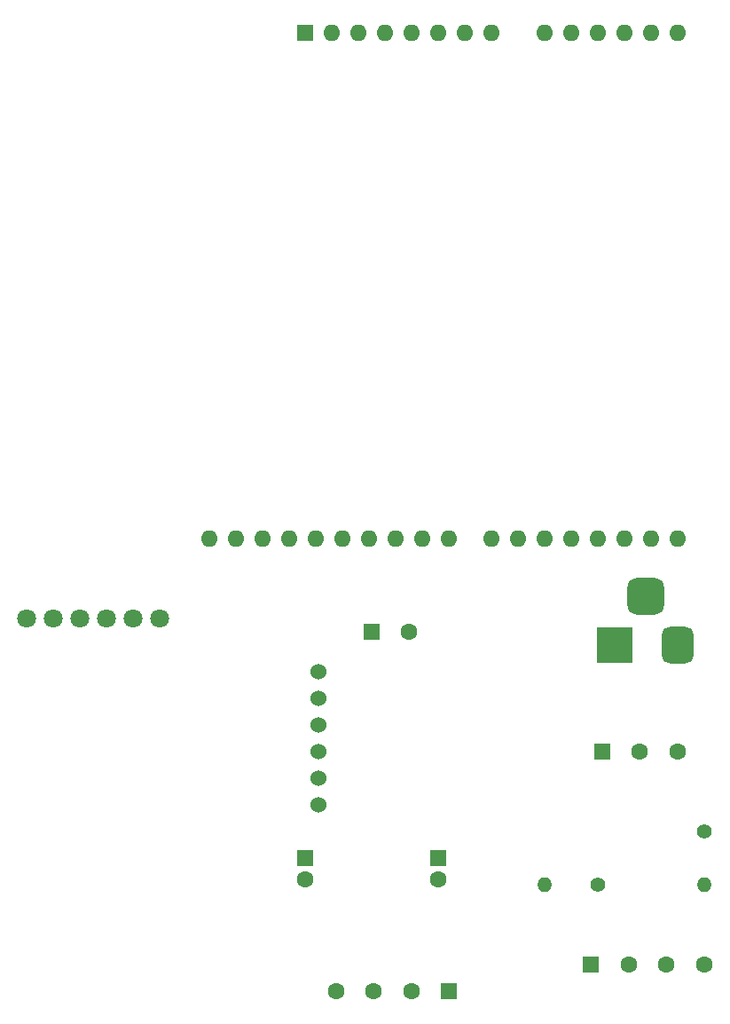
<source format=gbr>
%TF.GenerationSoftware,KiCad,Pcbnew,7.0.2*%
%TF.CreationDate,2023-06-13T20:29:50-05:00*%
%TF.ProjectId,LUCES,4c554345-532e-46b6-9963-61645f706362,rev?*%
%TF.SameCoordinates,Original*%
%TF.FileFunction,Soldermask,Top*%
%TF.FilePolarity,Negative*%
%FSLAX46Y46*%
G04 Gerber Fmt 4.6, Leading zero omitted, Abs format (unit mm)*
G04 Created by KiCad (PCBNEW 7.0.2) date 2023-06-13 20:29:50*
%MOMM*%
%LPD*%
G01*
G04 APERTURE LIST*
G04 Aperture macros list*
%AMRoundRect*
0 Rectangle with rounded corners*
0 $1 Rounding radius*
0 $2 $3 $4 $5 $6 $7 $8 $9 X,Y pos of 4 corners*
0 Add a 4 corners polygon primitive as box body*
4,1,4,$2,$3,$4,$5,$6,$7,$8,$9,$2,$3,0*
0 Add four circle primitives for the rounded corners*
1,1,$1+$1,$2,$3*
1,1,$1+$1,$4,$5*
1,1,$1+$1,$6,$7*
1,1,$1+$1,$8,$9*
0 Add four rect primitives between the rounded corners*
20,1,$1+$1,$2,$3,$4,$5,0*
20,1,$1+$1,$4,$5,$6,$7,0*
20,1,$1+$1,$6,$7,$8,$9,0*
20,1,$1+$1,$8,$9,$2,$3,0*%
G04 Aperture macros list end*
%ADD10R,1.600000X1.600000*%
%ADD11O,1.600000X1.600000*%
%ADD12RoundRect,0.250000X0.550000X0.550000X-0.550000X0.550000X-0.550000X-0.550000X0.550000X-0.550000X0*%
%ADD13C,1.600000*%
%ADD14O,1.400000X1.400000*%
%ADD15C,1.400000*%
%ADD16RoundRect,0.250000X-0.550000X-0.550000X0.550000X-0.550000X0.550000X0.550000X-0.550000X0.550000X0*%
%ADD17R,3.500000X3.500000*%
%ADD18RoundRect,0.750000X0.750000X1.000000X-0.750000X1.000000X-0.750000X-1.000000X0.750000X-1.000000X0*%
%ADD19RoundRect,0.875000X0.875000X0.875000X-0.875000X0.875000X-0.875000X-0.875000X0.875000X-0.875000X0*%
%ADD20C,1.800000*%
%ADD21C,1.524000*%
G04 APERTURE END LIST*
D10*
%TO.C,A1*%
X101600000Y-33020000D03*
D11*
X104140000Y-33020000D03*
X106680000Y-33020000D03*
X109220000Y-33020000D03*
X111760000Y-33020000D03*
X114300000Y-33020000D03*
X116840000Y-33020000D03*
X119380000Y-33020000D03*
X124460000Y-33020000D03*
X127000000Y-33020000D03*
X129540000Y-33020000D03*
X132080000Y-33020000D03*
X134620000Y-33020000D03*
X137160000Y-33020000D03*
X137160000Y-81280000D03*
X134620000Y-81280000D03*
X132080000Y-81280000D03*
X129540000Y-81280000D03*
X127000000Y-81280000D03*
X124460000Y-81280000D03*
X121920000Y-81280000D03*
X119380000Y-81280000D03*
X115320000Y-81280000D03*
X112780000Y-81280000D03*
X110240000Y-81280000D03*
X107700000Y-81280000D03*
X105160000Y-81280000D03*
X102620000Y-81280000D03*
X100080000Y-81280000D03*
X97540000Y-81280000D03*
X95000000Y-81280000D03*
X92460000Y-81280000D03*
%TD*%
D12*
%TO.C,D1*%
X115360000Y-124460000D03*
D13*
X111760000Y-124460000D03*
X108160000Y-124460000D03*
X104560000Y-124460000D03*
%TD*%
D14*
%TO.C,R2*%
X124460000Y-114300000D03*
D15*
X129540000Y-114300000D03*
%TD*%
D16*
%TO.C,D2*%
X128900000Y-121920000D03*
D13*
X132500000Y-121920000D03*
X136100000Y-121920000D03*
X139700000Y-121920000D03*
%TD*%
D17*
%TO.C,J1*%
X131160000Y-91440000D03*
D18*
X137160000Y-91440000D03*
D19*
X134160000Y-86740000D03*
%TD*%
D10*
%TO.C,C2*%
X114300000Y-111760000D03*
D13*
X114300000Y-113760000D03*
%TD*%
D20*
%TO.C,BluetoothHC1*%
X87757000Y-88900000D03*
X85217000Y-88900000D03*
X82677000Y-88900000D03*
X80137000Y-88900000D03*
X77597000Y-88900000D03*
X75057000Y-88900000D03*
%TD*%
D16*
%TO.C,BT1*%
X107950000Y-90170000D03*
D13*
X111550000Y-90170000D03*
%TD*%
D14*
%TO.C,R3*%
X139700000Y-114300000D03*
D15*
X139700000Y-109220000D03*
%TD*%
D16*
%TO.C,SW1*%
X129960000Y-101600000D03*
D13*
X133560000Y-101600000D03*
X137160000Y-101600000D03*
%TD*%
D21*
%TO.C,U1*%
X102870000Y-106680000D03*
X102870000Y-104140000D03*
X102870000Y-101600000D03*
X102870000Y-99060000D03*
X102870000Y-96520000D03*
X102870000Y-93980000D03*
%TD*%
D10*
%TO.C,C1*%
X101600000Y-111760000D03*
D13*
X101600000Y-113760000D03*
%TD*%
M02*

</source>
